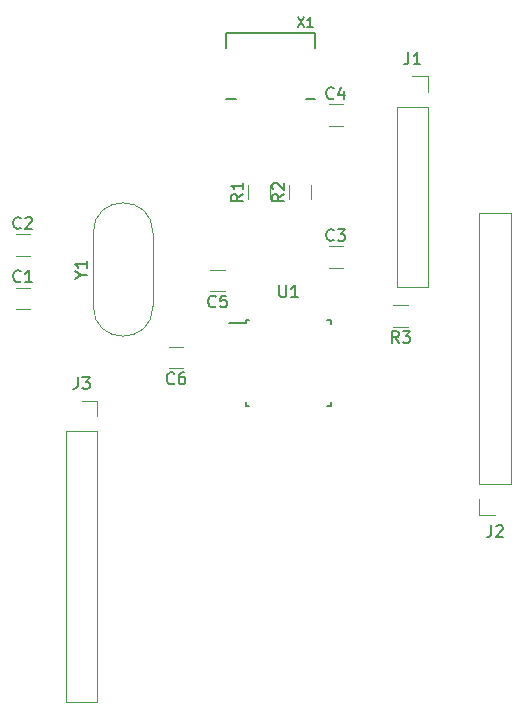
<source format=gbr>
G04 #@! TF.GenerationSoftware,KiCad,Pcbnew,5.0.0+dfsg1-2*
G04 #@! TF.CreationDate,2018-10-17T02:30:28+04:00*
G04 #@! TF.ProjectId,avrUsb,6176725573622E6B696361645F706362,rev?*
G04 #@! TF.SameCoordinates,Original*
G04 #@! TF.FileFunction,Legend,Top*
G04 #@! TF.FilePolarity,Positive*
%FSLAX46Y46*%
G04 Gerber Fmt 4.6, Leading zero omitted, Abs format (unit mm)*
G04 Created by KiCad (PCBNEW 5.0.0+dfsg1-2) date Wed Oct 17 02:30:28 2018*
%MOMM*%
%LPD*%
G01*
G04 APERTURE LIST*
%ADD10C,0.120000*%
%ADD11C,0.150000*%
%ADD12C,0.127000*%
%ADD13C,0.138988*%
G04 APERTURE END LIST*
D10*
G04 #@! TO.C,C1*
X166897936Y-89910000D02*
X168102064Y-89910000D01*
X166897936Y-88090000D02*
X168102064Y-88090000D01*
G04 #@! TO.C,C2*
X166897936Y-83590000D02*
X168102064Y-83590000D01*
X166897936Y-85410000D02*
X168102064Y-85410000D01*
G04 #@! TO.C,C3*
X193397936Y-84590000D02*
X194602064Y-84590000D01*
X193397936Y-86410000D02*
X194602064Y-86410000D01*
G04 #@! TO.C,C4*
X193397936Y-74410000D02*
X194602064Y-74410000D01*
X193397936Y-72590000D02*
X194602064Y-72590000D01*
G04 #@! TO.C,C5*
X184602064Y-88410000D02*
X183397936Y-88410000D01*
X184602064Y-86590000D02*
X183397936Y-86590000D01*
G04 #@! TO.C,C6*
X181102064Y-93090000D02*
X179897936Y-93090000D01*
X181102064Y-94910000D02*
X179897936Y-94910000D01*
G04 #@! TO.C,J1*
X199170000Y-72770000D02*
X201830000Y-72770000D01*
X199170000Y-72770000D02*
X199170000Y-88070000D01*
X199170000Y-88070000D02*
X201830000Y-88070000D01*
X201830000Y-72770000D02*
X201830000Y-88070000D01*
X201830000Y-70170000D02*
X201830000Y-71500000D01*
X200500000Y-70170000D02*
X201830000Y-70170000D01*
G04 #@! TO.C,J2*
X208830000Y-104730000D02*
X206170000Y-104730000D01*
X208830000Y-104730000D02*
X208830000Y-81810000D01*
X208830000Y-81810000D02*
X206170000Y-81810000D01*
X206170000Y-104730000D02*
X206170000Y-81810000D01*
X206170000Y-107330000D02*
X206170000Y-106000000D01*
X207500000Y-107330000D02*
X206170000Y-107330000D01*
G04 #@! TO.C,J3*
X172500000Y-97670000D02*
X173830000Y-97670000D01*
X173830000Y-97670000D02*
X173830000Y-99000000D01*
X173830000Y-100270000D02*
X173830000Y-123190000D01*
X171170000Y-123190000D02*
X173830000Y-123190000D01*
X171170000Y-100270000D02*
X171170000Y-123190000D01*
X171170000Y-100270000D02*
X173830000Y-100270000D01*
G04 #@! TO.C,R1*
X186590000Y-80602064D02*
X186590000Y-79397936D01*
X188410000Y-80602064D02*
X188410000Y-79397936D01*
G04 #@! TO.C,R2*
X191910000Y-80602064D02*
X191910000Y-79397936D01*
X190090000Y-80602064D02*
X190090000Y-79397936D01*
G04 #@! TO.C,R3*
X200102064Y-91410000D02*
X198897936Y-91410000D01*
X200102064Y-89590000D02*
X198897936Y-89590000D01*
D11*
G04 #@! TO.C,U1*
X186375000Y-90875000D02*
X186375000Y-91100000D01*
X193625000Y-90875000D02*
X193625000Y-91200000D01*
X193625000Y-98125000D02*
X193625000Y-97800000D01*
X186375000Y-98125000D02*
X186375000Y-97800000D01*
X186375000Y-90875000D02*
X186700000Y-90875000D01*
X186375000Y-98125000D02*
X186700000Y-98125000D01*
X193625000Y-98125000D02*
X193300000Y-98125000D01*
X193625000Y-90875000D02*
X193300000Y-90875000D01*
X186375000Y-91100000D02*
X184950000Y-91100000D01*
D12*
G04 #@! TO.C,X1*
X192257300Y-72146600D02*
X191457300Y-72146600D01*
X185542700Y-72146600D02*
X184742700Y-72146600D01*
X192250000Y-67770000D02*
X192250000Y-66500000D01*
X192250000Y-66500000D02*
X184750000Y-66500000D01*
X184750000Y-66500000D02*
X184750000Y-67770000D01*
D10*
G04 #@! TO.C,Y1*
X173475000Y-89685000D02*
X173475000Y-83435000D01*
X178525000Y-89685000D02*
X178525000Y-83435000D01*
X178525000Y-89685000D02*
G75*
G02X173475000Y-89685000I-2525000J0D01*
G01*
X178525000Y-83435000D02*
G75*
G03X173475000Y-83435000I-2525000J0D01*
G01*
G04 #@! TO.C,C1*
D11*
X167333333Y-87537142D02*
X167285714Y-87584761D01*
X167142857Y-87632380D01*
X167047619Y-87632380D01*
X166904761Y-87584761D01*
X166809523Y-87489523D01*
X166761904Y-87394285D01*
X166714285Y-87203809D01*
X166714285Y-87060952D01*
X166761904Y-86870476D01*
X166809523Y-86775238D01*
X166904761Y-86680000D01*
X167047619Y-86632380D01*
X167142857Y-86632380D01*
X167285714Y-86680000D01*
X167333333Y-86727619D01*
X168285714Y-87632380D02*
X167714285Y-87632380D01*
X168000000Y-87632380D02*
X168000000Y-86632380D01*
X167904761Y-86775238D01*
X167809523Y-86870476D01*
X167714285Y-86918095D01*
G04 #@! TO.C,C2*
X167333333Y-83037142D02*
X167285714Y-83084761D01*
X167142857Y-83132380D01*
X167047619Y-83132380D01*
X166904761Y-83084761D01*
X166809523Y-82989523D01*
X166761904Y-82894285D01*
X166714285Y-82703809D01*
X166714285Y-82560952D01*
X166761904Y-82370476D01*
X166809523Y-82275238D01*
X166904761Y-82180000D01*
X167047619Y-82132380D01*
X167142857Y-82132380D01*
X167285714Y-82180000D01*
X167333333Y-82227619D01*
X167714285Y-82227619D02*
X167761904Y-82180000D01*
X167857142Y-82132380D01*
X168095238Y-82132380D01*
X168190476Y-82180000D01*
X168238095Y-82227619D01*
X168285714Y-82322857D01*
X168285714Y-82418095D01*
X168238095Y-82560952D01*
X167666666Y-83132380D01*
X168285714Y-83132380D01*
G04 #@! TO.C,C3*
X193833333Y-84037142D02*
X193785714Y-84084761D01*
X193642857Y-84132380D01*
X193547619Y-84132380D01*
X193404761Y-84084761D01*
X193309523Y-83989523D01*
X193261904Y-83894285D01*
X193214285Y-83703809D01*
X193214285Y-83560952D01*
X193261904Y-83370476D01*
X193309523Y-83275238D01*
X193404761Y-83180000D01*
X193547619Y-83132380D01*
X193642857Y-83132380D01*
X193785714Y-83180000D01*
X193833333Y-83227619D01*
X194166666Y-83132380D02*
X194785714Y-83132380D01*
X194452380Y-83513333D01*
X194595238Y-83513333D01*
X194690476Y-83560952D01*
X194738095Y-83608571D01*
X194785714Y-83703809D01*
X194785714Y-83941904D01*
X194738095Y-84037142D01*
X194690476Y-84084761D01*
X194595238Y-84132380D01*
X194309523Y-84132380D01*
X194214285Y-84084761D01*
X194166666Y-84037142D01*
G04 #@! TO.C,C4*
X193833333Y-72037142D02*
X193785714Y-72084761D01*
X193642857Y-72132380D01*
X193547619Y-72132380D01*
X193404761Y-72084761D01*
X193309523Y-71989523D01*
X193261904Y-71894285D01*
X193214285Y-71703809D01*
X193214285Y-71560952D01*
X193261904Y-71370476D01*
X193309523Y-71275238D01*
X193404761Y-71180000D01*
X193547619Y-71132380D01*
X193642857Y-71132380D01*
X193785714Y-71180000D01*
X193833333Y-71227619D01*
X194690476Y-71465714D02*
X194690476Y-72132380D01*
X194452380Y-71084761D02*
X194214285Y-71799047D01*
X194833333Y-71799047D01*
G04 #@! TO.C,C5*
X183833333Y-89677142D02*
X183785714Y-89724761D01*
X183642857Y-89772380D01*
X183547619Y-89772380D01*
X183404761Y-89724761D01*
X183309523Y-89629523D01*
X183261904Y-89534285D01*
X183214285Y-89343809D01*
X183214285Y-89200952D01*
X183261904Y-89010476D01*
X183309523Y-88915238D01*
X183404761Y-88820000D01*
X183547619Y-88772380D01*
X183642857Y-88772380D01*
X183785714Y-88820000D01*
X183833333Y-88867619D01*
X184738095Y-88772380D02*
X184261904Y-88772380D01*
X184214285Y-89248571D01*
X184261904Y-89200952D01*
X184357142Y-89153333D01*
X184595238Y-89153333D01*
X184690476Y-89200952D01*
X184738095Y-89248571D01*
X184785714Y-89343809D01*
X184785714Y-89581904D01*
X184738095Y-89677142D01*
X184690476Y-89724761D01*
X184595238Y-89772380D01*
X184357142Y-89772380D01*
X184261904Y-89724761D01*
X184214285Y-89677142D01*
G04 #@! TO.C,C6*
X180333333Y-96177142D02*
X180285714Y-96224761D01*
X180142857Y-96272380D01*
X180047619Y-96272380D01*
X179904761Y-96224761D01*
X179809523Y-96129523D01*
X179761904Y-96034285D01*
X179714285Y-95843809D01*
X179714285Y-95700952D01*
X179761904Y-95510476D01*
X179809523Y-95415238D01*
X179904761Y-95320000D01*
X180047619Y-95272380D01*
X180142857Y-95272380D01*
X180285714Y-95320000D01*
X180333333Y-95367619D01*
X181190476Y-95272380D02*
X181000000Y-95272380D01*
X180904761Y-95320000D01*
X180857142Y-95367619D01*
X180761904Y-95510476D01*
X180714285Y-95700952D01*
X180714285Y-96081904D01*
X180761904Y-96177142D01*
X180809523Y-96224761D01*
X180904761Y-96272380D01*
X181095238Y-96272380D01*
X181190476Y-96224761D01*
X181238095Y-96177142D01*
X181285714Y-96081904D01*
X181285714Y-95843809D01*
X181238095Y-95748571D01*
X181190476Y-95700952D01*
X181095238Y-95653333D01*
X180904761Y-95653333D01*
X180809523Y-95700952D01*
X180761904Y-95748571D01*
X180714285Y-95843809D01*
G04 #@! TO.C,J1*
X200166666Y-68182380D02*
X200166666Y-68896666D01*
X200119047Y-69039523D01*
X200023809Y-69134761D01*
X199880952Y-69182380D01*
X199785714Y-69182380D01*
X201166666Y-69182380D02*
X200595238Y-69182380D01*
X200880952Y-69182380D02*
X200880952Y-68182380D01*
X200785714Y-68325238D01*
X200690476Y-68420476D01*
X200595238Y-68468095D01*
G04 #@! TO.C,J2*
X207166666Y-108222380D02*
X207166666Y-108936666D01*
X207119047Y-109079523D01*
X207023809Y-109174761D01*
X206880952Y-109222380D01*
X206785714Y-109222380D01*
X207595238Y-108317619D02*
X207642857Y-108270000D01*
X207738095Y-108222380D01*
X207976190Y-108222380D01*
X208071428Y-108270000D01*
X208119047Y-108317619D01*
X208166666Y-108412857D01*
X208166666Y-108508095D01*
X208119047Y-108650952D01*
X207547619Y-109222380D01*
X208166666Y-109222380D01*
G04 #@! TO.C,J3*
X172166666Y-95682380D02*
X172166666Y-96396666D01*
X172119047Y-96539523D01*
X172023809Y-96634761D01*
X171880952Y-96682380D01*
X171785714Y-96682380D01*
X172547619Y-95682380D02*
X173166666Y-95682380D01*
X172833333Y-96063333D01*
X172976190Y-96063333D01*
X173071428Y-96110952D01*
X173119047Y-96158571D01*
X173166666Y-96253809D01*
X173166666Y-96491904D01*
X173119047Y-96587142D01*
X173071428Y-96634761D01*
X172976190Y-96682380D01*
X172690476Y-96682380D01*
X172595238Y-96634761D01*
X172547619Y-96587142D01*
G04 #@! TO.C,R1*
X186132380Y-80166666D02*
X185656190Y-80500000D01*
X186132380Y-80738095D02*
X185132380Y-80738095D01*
X185132380Y-80357142D01*
X185180000Y-80261904D01*
X185227619Y-80214285D01*
X185322857Y-80166666D01*
X185465714Y-80166666D01*
X185560952Y-80214285D01*
X185608571Y-80261904D01*
X185656190Y-80357142D01*
X185656190Y-80738095D01*
X186132380Y-79214285D02*
X186132380Y-79785714D01*
X186132380Y-79500000D02*
X185132380Y-79500000D01*
X185275238Y-79595238D01*
X185370476Y-79690476D01*
X185418095Y-79785714D01*
G04 #@! TO.C,R2*
X189632380Y-80166666D02*
X189156190Y-80500000D01*
X189632380Y-80738095D02*
X188632380Y-80738095D01*
X188632380Y-80357142D01*
X188680000Y-80261904D01*
X188727619Y-80214285D01*
X188822857Y-80166666D01*
X188965714Y-80166666D01*
X189060952Y-80214285D01*
X189108571Y-80261904D01*
X189156190Y-80357142D01*
X189156190Y-80738095D01*
X188727619Y-79785714D02*
X188680000Y-79738095D01*
X188632380Y-79642857D01*
X188632380Y-79404761D01*
X188680000Y-79309523D01*
X188727619Y-79261904D01*
X188822857Y-79214285D01*
X188918095Y-79214285D01*
X189060952Y-79261904D01*
X189632380Y-79833333D01*
X189632380Y-79214285D01*
G04 #@! TO.C,R3*
X199333333Y-92772380D02*
X199000000Y-92296190D01*
X198761904Y-92772380D02*
X198761904Y-91772380D01*
X199142857Y-91772380D01*
X199238095Y-91820000D01*
X199285714Y-91867619D01*
X199333333Y-91962857D01*
X199333333Y-92105714D01*
X199285714Y-92200952D01*
X199238095Y-92248571D01*
X199142857Y-92296190D01*
X198761904Y-92296190D01*
X199666666Y-91772380D02*
X200285714Y-91772380D01*
X199952380Y-92153333D01*
X200095238Y-92153333D01*
X200190476Y-92200952D01*
X200238095Y-92248571D01*
X200285714Y-92343809D01*
X200285714Y-92581904D01*
X200238095Y-92677142D01*
X200190476Y-92724761D01*
X200095238Y-92772380D01*
X199809523Y-92772380D01*
X199714285Y-92724761D01*
X199666666Y-92677142D01*
G04 #@! TO.C,U1*
X189238095Y-87902380D02*
X189238095Y-88711904D01*
X189285714Y-88807142D01*
X189333333Y-88854761D01*
X189428571Y-88902380D01*
X189619047Y-88902380D01*
X189714285Y-88854761D01*
X189761904Y-88807142D01*
X189809523Y-88711904D01*
X189809523Y-87902380D01*
X190809523Y-88902380D02*
X190238095Y-88902380D01*
X190523809Y-88902380D02*
X190523809Y-87902380D01*
X190428571Y-88045238D01*
X190333333Y-88140476D01*
X190238095Y-88188095D01*
G04 #@! TO.C,X1*
D13*
X190843185Y-65221330D02*
X191357958Y-65993490D01*
X191357958Y-65221330D02*
X190843185Y-65993490D01*
X192056579Y-65993490D02*
X191615345Y-65993490D01*
X191835962Y-65993490D02*
X191835962Y-65221330D01*
X191762423Y-65331639D01*
X191688884Y-65405178D01*
X191615345Y-65441947D01*
G04 #@! TO.C,Y1*
D11*
X172451190Y-87036190D02*
X172927380Y-87036190D01*
X171927380Y-87369523D02*
X172451190Y-87036190D01*
X171927380Y-86702857D01*
X172927380Y-85845714D02*
X172927380Y-86417142D01*
X172927380Y-86131428D02*
X171927380Y-86131428D01*
X172070238Y-86226666D01*
X172165476Y-86321904D01*
X172213095Y-86417142D01*
G04 #@! TD*
M02*

</source>
